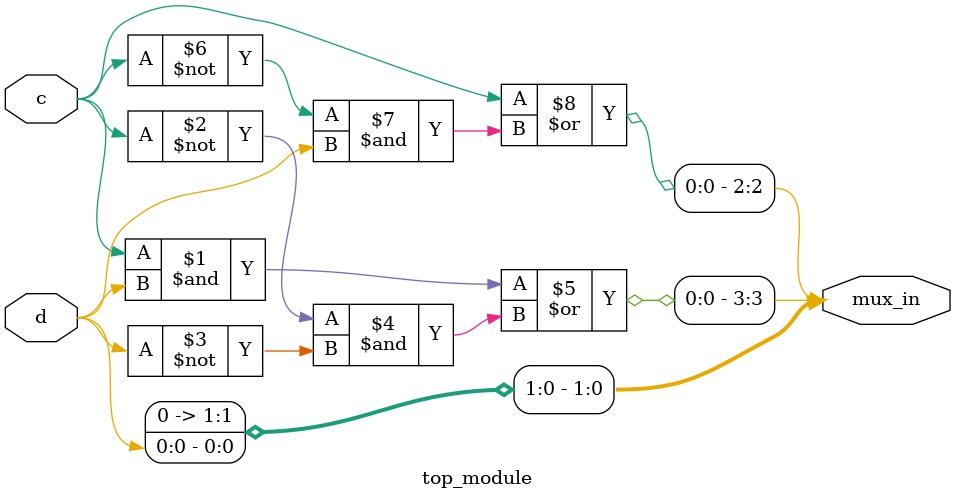
<source format=sv>
module top_module (
    input c,
    input d,
    output [3:0] mux_in
);

    // Assign values based on the provided Karnaugh map

    // ab = 00
    assign mux_in[0] = d;   // When ab = 00: 00 -> 0, 01 -> 1, 11 -> 1, 10 -> 1 => d

    // ab = 01
    assign mux_in[1] = 0;  // All values are 0

    // ab = 11
    assign mux_in[3] = (c & d) | (~c & ~d);  // When ab = 11: 00 -> 0, 01 -> 0, 11 -> 1, 10 -> 1 => (c & d) | (~c & ~d)

    // ab = 10
    assign mux_in[2] = c | (~c & d);  // When ab = 10: 00 -> 1, 01 -> 0, 11 -> 1, 10 -> 0 => c | (~c & d)

endmodule

</source>
